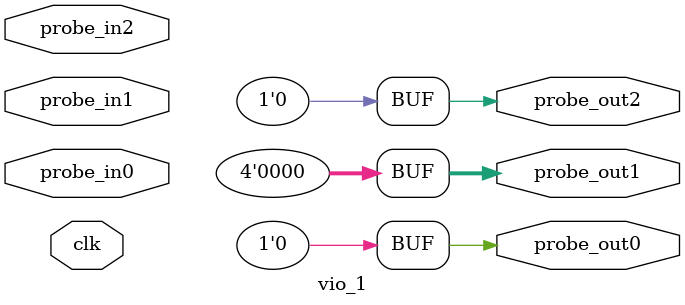
<source format=v>
`timescale 1ns / 1ps
module vio_1 (
clk,
probe_in0,probe_in1,probe_in2,
probe_out0,
probe_out1,
probe_out2
);

input clk;
input [0 : 0] probe_in0;
input [0 : 0] probe_in1;
input [0 : 0] probe_in2;

output reg [0 : 0] probe_out0 = 'h0 ;
output reg [3 : 0] probe_out1 = 'h0 ;
output reg [0 : 0] probe_out2 = 'h0 ;


endmodule

</source>
